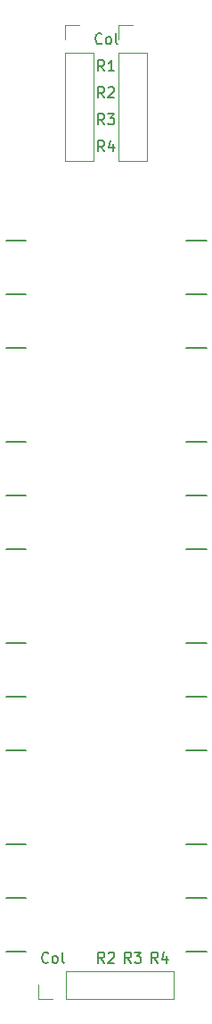
<source format=gto>
%TF.GenerationSoftware,KiCad,Pcbnew,(6.0.1-0)*%
%TF.CreationDate,2022-02-06T12:01:47+08:00*%
%TF.ProjectId,Phalanx,5068616c-616e-4782-9e6b-696361645f70,rev?*%
%TF.SameCoordinates,Original*%
%TF.FileFunction,Legend,Top*%
%TF.FilePolarity,Positive*%
%FSLAX46Y46*%
G04 Gerber Fmt 4.6, Leading zero omitted, Abs format (unit mm)*
G04 Created by KiCad (PCBNEW (6.0.1-0)) date 2022-02-06 12:01:47*
%MOMM*%
%LPD*%
G01*
G04 APERTURE LIST*
%ADD10C,0.150000*%
%ADD11C,0.120000*%
%ADD12R,1.700000X1.700000*%
%ADD13O,1.700000X1.700000*%
%ADD14C,1.900000*%
%ADD15C,4.000000*%
%ADD16C,3.000000*%
%ADD17O,2.500000X2.000000*%
G04 APERTURE END LIST*
D10*
X109220000Y-140970000D02*
X111125000Y-140970000D01*
X109220000Y-97790000D02*
X111125000Y-97790000D01*
X92075000Y-78740000D02*
X93980000Y-78740000D01*
X92075000Y-130810000D02*
X93980000Y-130810000D01*
X92075000Y-92710000D02*
X93980000Y-92710000D01*
X92075000Y-121920000D02*
X93980000Y-121920000D01*
X109220000Y-83820000D02*
X111125000Y-83820000D01*
X92075000Y-83820000D02*
X93980000Y-83820000D01*
X92075000Y-97790000D02*
X93980000Y-97790000D01*
X109220000Y-130810000D02*
X111125000Y-130810000D01*
X92075000Y-140970000D02*
X93980000Y-140970000D01*
X109220000Y-111760000D02*
X111125000Y-111760000D01*
X109220000Y-116840000D02*
X111125000Y-116840000D01*
X109220000Y-73660000D02*
X111125000Y-73660000D01*
X92075000Y-116840000D02*
X93980000Y-116840000D01*
X109220000Y-102870000D02*
X111125000Y-102870000D01*
X92075000Y-111760000D02*
X93980000Y-111760000D01*
X109220000Y-78740000D02*
X111125000Y-78740000D01*
X109220000Y-135890000D02*
X111125000Y-135890000D01*
X109220000Y-92710000D02*
X111125000Y-92710000D01*
X109220000Y-121920000D02*
X111125000Y-121920000D01*
X92075000Y-102870000D02*
X93980000Y-102870000D01*
X92075000Y-135890000D02*
X93980000Y-135890000D01*
X92075000Y-73660000D02*
X93980000Y-73660000D01*
X101433333Y-57602380D02*
X101100000Y-57126190D01*
X100861904Y-57602380D02*
X100861904Y-56602380D01*
X101242857Y-56602380D01*
X101338095Y-56650000D01*
X101385714Y-56697619D01*
X101433333Y-56792857D01*
X101433333Y-56935714D01*
X101385714Y-57030952D01*
X101338095Y-57078571D01*
X101242857Y-57126190D01*
X100861904Y-57126190D01*
X102385714Y-57602380D02*
X101814285Y-57602380D01*
X102100000Y-57602380D02*
X102100000Y-56602380D01*
X102004761Y-56745238D01*
X101909523Y-56840476D01*
X101814285Y-56888095D01*
X101433333Y-60142380D02*
X101100000Y-59666190D01*
X100861904Y-60142380D02*
X100861904Y-59142380D01*
X101242857Y-59142380D01*
X101338095Y-59190000D01*
X101385714Y-59237619D01*
X101433333Y-59332857D01*
X101433333Y-59475714D01*
X101385714Y-59570952D01*
X101338095Y-59618571D01*
X101242857Y-59666190D01*
X100861904Y-59666190D01*
X101814285Y-59237619D02*
X101861904Y-59190000D01*
X101957142Y-59142380D01*
X102195238Y-59142380D01*
X102290476Y-59190000D01*
X102338095Y-59237619D01*
X102385714Y-59332857D01*
X102385714Y-59428095D01*
X102338095Y-59570952D01*
X101766666Y-60142380D01*
X102385714Y-60142380D01*
X101433333Y-62682380D02*
X101100000Y-62206190D01*
X100861904Y-62682380D02*
X100861904Y-61682380D01*
X101242857Y-61682380D01*
X101338095Y-61730000D01*
X101385714Y-61777619D01*
X101433333Y-61872857D01*
X101433333Y-62015714D01*
X101385714Y-62110952D01*
X101338095Y-62158571D01*
X101242857Y-62206190D01*
X100861904Y-62206190D01*
X101766666Y-61682380D02*
X102385714Y-61682380D01*
X102052380Y-62063333D01*
X102195238Y-62063333D01*
X102290476Y-62110952D01*
X102338095Y-62158571D01*
X102385714Y-62253809D01*
X102385714Y-62491904D01*
X102338095Y-62587142D01*
X102290476Y-62634761D01*
X102195238Y-62682380D01*
X101909523Y-62682380D01*
X101814285Y-62634761D01*
X101766666Y-62587142D01*
X101195238Y-54967142D02*
X101147619Y-55014761D01*
X101004761Y-55062380D01*
X100909523Y-55062380D01*
X100766666Y-55014761D01*
X100671428Y-54919523D01*
X100623809Y-54824285D01*
X100576190Y-54633809D01*
X100576190Y-54490952D01*
X100623809Y-54300476D01*
X100671428Y-54205238D01*
X100766666Y-54110000D01*
X100909523Y-54062380D01*
X101004761Y-54062380D01*
X101147619Y-54110000D01*
X101195238Y-54157619D01*
X101766666Y-55062380D02*
X101671428Y-55014761D01*
X101623809Y-54967142D01*
X101576190Y-54871904D01*
X101576190Y-54586190D01*
X101623809Y-54490952D01*
X101671428Y-54443333D01*
X101766666Y-54395714D01*
X101909523Y-54395714D01*
X102004761Y-54443333D01*
X102052380Y-54490952D01*
X102100000Y-54586190D01*
X102100000Y-54871904D01*
X102052380Y-54967142D01*
X102004761Y-55014761D01*
X101909523Y-55062380D01*
X101766666Y-55062380D01*
X102671428Y-55062380D02*
X102576190Y-55014761D01*
X102528571Y-54919523D01*
X102528571Y-54062380D01*
X101433333Y-142057380D02*
X101100000Y-141581190D01*
X100861904Y-142057380D02*
X100861904Y-141057380D01*
X101242857Y-141057380D01*
X101338095Y-141105000D01*
X101385714Y-141152619D01*
X101433333Y-141247857D01*
X101433333Y-141390714D01*
X101385714Y-141485952D01*
X101338095Y-141533571D01*
X101242857Y-141581190D01*
X100861904Y-141581190D01*
X101814285Y-141152619D02*
X101861904Y-141105000D01*
X101957142Y-141057380D01*
X102195238Y-141057380D01*
X102290476Y-141105000D01*
X102338095Y-141152619D01*
X102385714Y-141247857D01*
X102385714Y-141343095D01*
X102338095Y-141485952D01*
X101766666Y-142057380D01*
X102385714Y-142057380D01*
X101433333Y-65222380D02*
X101100000Y-64746190D01*
X100861904Y-65222380D02*
X100861904Y-64222380D01*
X101242857Y-64222380D01*
X101338095Y-64270000D01*
X101385714Y-64317619D01*
X101433333Y-64412857D01*
X101433333Y-64555714D01*
X101385714Y-64650952D01*
X101338095Y-64698571D01*
X101242857Y-64746190D01*
X100861904Y-64746190D01*
X102290476Y-64555714D02*
X102290476Y-65222380D01*
X102052380Y-64174761D02*
X101814285Y-64889047D01*
X102433333Y-64889047D01*
X96115238Y-141962142D02*
X96067619Y-142009761D01*
X95924761Y-142057380D01*
X95829523Y-142057380D01*
X95686666Y-142009761D01*
X95591428Y-141914523D01*
X95543809Y-141819285D01*
X95496190Y-141628809D01*
X95496190Y-141485952D01*
X95543809Y-141295476D01*
X95591428Y-141200238D01*
X95686666Y-141105000D01*
X95829523Y-141057380D01*
X95924761Y-141057380D01*
X96067619Y-141105000D01*
X96115238Y-141152619D01*
X96686666Y-142057380D02*
X96591428Y-142009761D01*
X96543809Y-141962142D01*
X96496190Y-141866904D01*
X96496190Y-141581190D01*
X96543809Y-141485952D01*
X96591428Y-141438333D01*
X96686666Y-141390714D01*
X96829523Y-141390714D01*
X96924761Y-141438333D01*
X96972380Y-141485952D01*
X97020000Y-141581190D01*
X97020000Y-141866904D01*
X96972380Y-141962142D01*
X96924761Y-142009761D01*
X96829523Y-142057380D01*
X96686666Y-142057380D01*
X97591428Y-142057380D02*
X97496190Y-142009761D01*
X97448571Y-141914523D01*
X97448571Y-141057380D01*
X103973333Y-142057380D02*
X103640000Y-141581190D01*
X103401904Y-142057380D02*
X103401904Y-141057380D01*
X103782857Y-141057380D01*
X103878095Y-141105000D01*
X103925714Y-141152619D01*
X103973333Y-141247857D01*
X103973333Y-141390714D01*
X103925714Y-141485952D01*
X103878095Y-141533571D01*
X103782857Y-141581190D01*
X103401904Y-141581190D01*
X104306666Y-141057380D02*
X104925714Y-141057380D01*
X104592380Y-141438333D01*
X104735238Y-141438333D01*
X104830476Y-141485952D01*
X104878095Y-141533571D01*
X104925714Y-141628809D01*
X104925714Y-141866904D01*
X104878095Y-141962142D01*
X104830476Y-142009761D01*
X104735238Y-142057380D01*
X104449523Y-142057380D01*
X104354285Y-142009761D01*
X104306666Y-141962142D01*
X106513333Y-142057380D02*
X106180000Y-141581190D01*
X105941904Y-142057380D02*
X105941904Y-141057380D01*
X106322857Y-141057380D01*
X106418095Y-141105000D01*
X106465714Y-141152619D01*
X106513333Y-141247857D01*
X106513333Y-141390714D01*
X106465714Y-141485952D01*
X106418095Y-141533571D01*
X106322857Y-141581190D01*
X105941904Y-141581190D01*
X107370476Y-141390714D02*
X107370476Y-142057380D01*
X107132380Y-141009761D02*
X106894285Y-141724047D01*
X107513333Y-141724047D01*
D11*
%TO.C,J1*%
X105470000Y-55880000D02*
X105470000Y-66100000D01*
X102810000Y-53280000D02*
X104140000Y-53280000D01*
X102810000Y-55880000D02*
X105470000Y-55880000D01*
X102810000Y-54610000D02*
X102810000Y-53280000D01*
X102810000Y-66100000D02*
X105470000Y-66100000D01*
X102810000Y-55880000D02*
X102810000Y-66100000D01*
%TO.C,J2*%
X100390000Y-55880000D02*
X100390000Y-66100000D01*
X97730000Y-55880000D02*
X100390000Y-55880000D01*
X97730000Y-54610000D02*
X97730000Y-53280000D01*
X97730000Y-53280000D02*
X99060000Y-53280000D01*
X97730000Y-55880000D02*
X97730000Y-66100000D01*
X97730000Y-66100000D02*
X100390000Y-66100000D01*
%TO.C,J3*%
X95190000Y-145475000D02*
X95190000Y-144145000D01*
X108010000Y-145475000D02*
X108010000Y-142815000D01*
X97790000Y-145475000D02*
X108010000Y-145475000D01*
X96520000Y-145475000D02*
X95190000Y-145475000D01*
X97790000Y-142815000D02*
X108010000Y-142815000D01*
X97790000Y-145475000D02*
X97790000Y-142815000D01*
%TD*%
%LPC*%
D12*
%TO.C,J1*%
X104140000Y-54610000D03*
D13*
X104140000Y-57150000D03*
X104140000Y-59690000D03*
X104140000Y-62230000D03*
X104140000Y-64770000D03*
%TD*%
D14*
%TO.C,SW3*%
X106680000Y-116840000D03*
D15*
X101600000Y-116840000D03*
D14*
X96520000Y-116840000D03*
D16*
X104140000Y-111760000D03*
X97790000Y-114300000D03*
D17*
X99060000Y-121920000D03*
X105410000Y-119380000D03*
%TD*%
D14*
%TO.C,SW4*%
X96520000Y-135890000D03*
D15*
X101600000Y-135890000D03*
D16*
X104140000Y-130810000D03*
D14*
X106680000Y-135890000D03*
D16*
X97790000Y-133350000D03*
D17*
X99060000Y-140970000D03*
X105410000Y-138430000D03*
%TD*%
D14*
%TO.C,SW2*%
X96520000Y-97790000D03*
X106680000Y-97790000D03*
D15*
X101600000Y-97790000D03*
D16*
X104140000Y-92710000D03*
X97790000Y-95250000D03*
D17*
X99060000Y-102870000D03*
X105410000Y-100330000D03*
%TD*%
D12*
%TO.C,J2*%
X99060000Y-54610000D03*
D13*
X99060000Y-57150000D03*
X99060000Y-59690000D03*
X99060000Y-62230000D03*
X99060000Y-64770000D03*
%TD*%
D12*
%TO.C,J3*%
X96520000Y-144145000D03*
D13*
X99060000Y-144145000D03*
X101600000Y-144145000D03*
X104140000Y-144145000D03*
X106680000Y-144145000D03*
%TD*%
D14*
%TO.C,SW1*%
X96520000Y-78740000D03*
D16*
X97790000Y-76200000D03*
D15*
X101600000Y-78740000D03*
D16*
X104140000Y-73660000D03*
D14*
X106680000Y-78740000D03*
D17*
X99060000Y-83820000D03*
X105410000Y-81280000D03*
%TD*%
M02*

</source>
